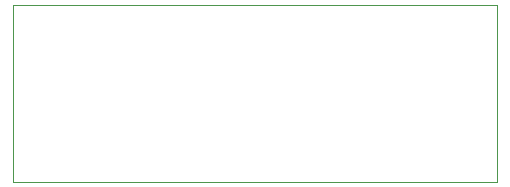
<source format=gbr>
%TF.GenerationSoftware,KiCad,Pcbnew,(5.1.9)-1*%
%TF.CreationDate,2021-08-27T14:21:39+03:00*%
%TF.ProjectId,Spina_SSM3J351,5370696e-615f-4535-934d-334a3335312e,rev?*%
%TF.SameCoordinates,Original*%
%TF.FileFunction,Profile,NP*%
%FSLAX46Y46*%
G04 Gerber Fmt 4.6, Leading zero omitted, Abs format (unit mm)*
G04 Created by KiCad (PCBNEW (5.1.9)-1) date 2021-08-27 14:21:39*
%MOMM*%
%LPD*%
G01*
G04 APERTURE LIST*
%TA.AperFunction,Profile*%
%ADD10C,0.100000*%
%TD*%
G04 APERTURE END LIST*
D10*
X99562200Y-128921000D02*
X58547000Y-128930400D01*
X99562200Y-113921000D02*
X58521600Y-113921000D01*
X58521600Y-128921000D02*
X58521600Y-113921000D01*
X99562200Y-128921000D02*
X99562200Y-113921000D01*
M02*

</source>
